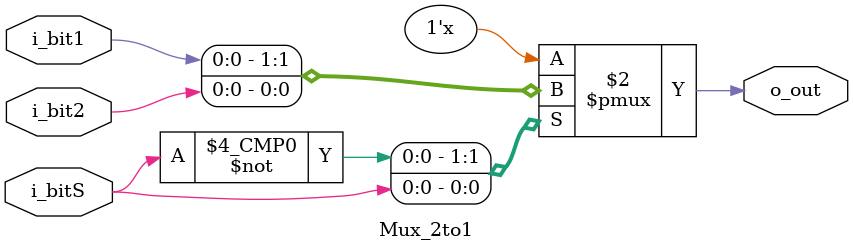
<source format=v>
`timescale 1ns / 1ps
module Mux_2to1(

   input i_bit1,
	input i_bit2,
	input  i_bitS,
	output reg o_out
	 
    );
		
	always @(i_bit1, i_bit2, i_bitS)
	begin
	case (i_bitS)
	
		0: o_out <= i_bit1;
		1: o_out <= i_bit2;
		
	endcase
	end


endmodule

</source>
